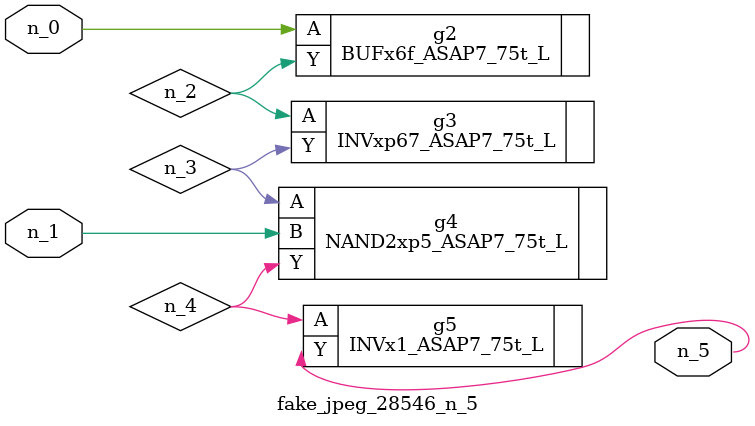
<source format=v>
module fake_jpeg_28546_n_5 (n_0, n_1, n_5);

input n_0;
input n_1;

output n_5;

wire n_3;
wire n_2;
wire n_4;

BUFx6f_ASAP7_75t_L g2 ( 
.A(n_0),
.Y(n_2)
);

INVxp67_ASAP7_75t_L g3 ( 
.A(n_2),
.Y(n_3)
);

NAND2xp5_ASAP7_75t_L g4 ( 
.A(n_3),
.B(n_1),
.Y(n_4)
);

INVx1_ASAP7_75t_L g5 ( 
.A(n_4),
.Y(n_5)
);


endmodule
</source>
